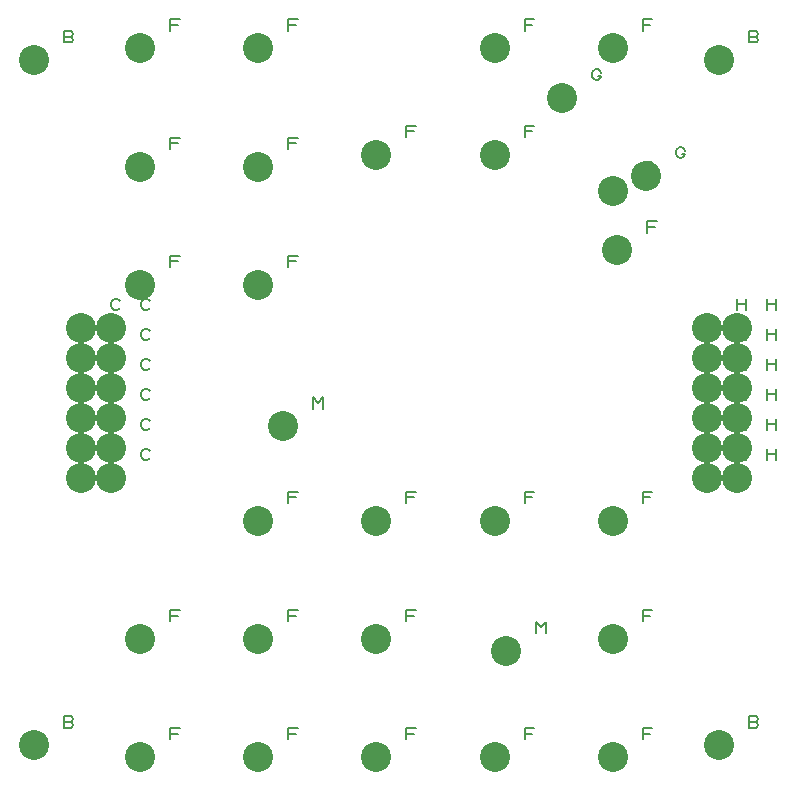
<source format=gbr>
G04 DesignSpark PCB PRO Gerber Version 10.0 Build 5299*
G04 #@! TF.Part,Single*
G04 #@! TF.FileFunction,Drillmap*
G04 #@! TF.FilePolarity,Positive*
%FSLAX35Y35*%
%MOIN*%
%ADD17C,0.00500*%
G04 #@! TA.AperFunction,ViaPad*
%ADD16C,0.10000*%
G04 #@! TD.AperFunction*
X0Y0D02*
D02*
D16*
X27953Y24016D03*
Y252362D03*
X43543Y113189D03*
Y123189D03*
Y133189D03*
Y143189D03*
Y153189D03*
Y163189D03*
X53543Y113189D03*
Y123189D03*
Y133189D03*
Y143189D03*
Y153189D03*
Y163189D03*
X63386Y20079D03*
Y59449D03*
Y177559D03*
Y216929D03*
Y256299D03*
X102756Y20079D03*
Y59449D03*
Y98819D03*
Y177559D03*
Y216929D03*
Y256299D03*
X111024Y130315D03*
X142126Y20079D03*
Y59449D03*
Y98819D03*
Y220866D03*
X181496Y20079D03*
Y98819D03*
Y220866D03*
Y256299D03*
X185433Y55512D03*
X203937Y239764D03*
X220866Y20079D03*
Y59449D03*
Y98819D03*
Y208661D03*
Y256299D03*
X222441Y188976D03*
X231890Y213780D03*
X252205Y113189D03*
Y123189D03*
Y133189D03*
Y143189D03*
Y153189D03*
Y163189D03*
X256299Y24016D03*
Y252362D03*
X262205Y113189D03*
Y123189D03*
Y133189D03*
Y143189D03*
Y153189D03*
Y163189D03*
D02*
D17*
X40140Y31828D02*
X40765Y31516D01*
X41078Y30891D01*
X40765Y30266D01*
X40140Y29953D01*
X37953D01*
Y33703D01*
X40140D01*
X40765Y33391D01*
X41078Y32766D01*
X40765Y32141D01*
X40140Y31828D01*
X37953D01*
X40140Y260175D02*
X40765Y259862D01*
X41078Y259237D01*
X40765Y258612D01*
X40140Y258300D01*
X37953D01*
Y262050D01*
X40140D01*
X40765Y261737D01*
X41078Y261112D01*
X40765Y260487D01*
X40140Y260175D01*
X37953D01*
X56669Y119752D02*
X56356Y119439D01*
X55731Y119126D01*
X54793D01*
X54169Y119439D01*
X53856Y119752D01*
X53543Y120376D01*
Y121626D01*
X53856Y122252D01*
X54169Y122564D01*
X54793Y122876D01*
X55731D01*
X56356Y122564D01*
X56669Y122252D01*
Y129752D02*
X56356Y129439D01*
X55731Y129126D01*
X54793D01*
X54169Y129439D01*
X53856Y129752D01*
X53543Y130376D01*
Y131626D01*
X53856Y132252D01*
X54169Y132564D01*
X54793Y132876D01*
X55731D01*
X56356Y132564D01*
X56669Y132252D01*
Y139752D02*
X56356Y139439D01*
X55731Y139126D01*
X54793D01*
X54169Y139439D01*
X53856Y139752D01*
X53543Y140376D01*
Y141626D01*
X53856Y142252D01*
X54169Y142564D01*
X54793Y142876D01*
X55731D01*
X56356Y142564D01*
X56669Y142252D01*
Y149752D02*
X56356Y149439D01*
X55731Y149126D01*
X54793D01*
X54169Y149439D01*
X53856Y149752D01*
X53543Y150376D01*
Y151626D01*
X53856Y152252D01*
X54169Y152564D01*
X54793Y152876D01*
X55731D01*
X56356Y152564D01*
X56669Y152252D01*
Y159752D02*
X56356Y159439D01*
X55731Y159126D01*
X54793D01*
X54169Y159439D01*
X53856Y159752D01*
X53543Y160376D01*
Y161626D01*
X53856Y162252D01*
X54169Y162564D01*
X54793Y162876D01*
X55731D01*
X56356Y162564D01*
X56669Y162252D01*
Y169752D02*
X56356Y169439D01*
X55731Y169126D01*
X54793D01*
X54169Y169439D01*
X53856Y169752D01*
X53543Y170376D01*
Y171626D01*
X53856Y172252D01*
X54169Y172564D01*
X54793Y172876D01*
X55731D01*
X56356Y172564D01*
X56669Y172252D01*
X66669Y119752D02*
X66356Y119439D01*
X65731Y119126D01*
X64793D01*
X64169Y119439D01*
X63856Y119752D01*
X63543Y120376D01*
Y121626D01*
X63856Y122252D01*
X64169Y122564D01*
X64793Y122876D01*
X65731D01*
X66356Y122564D01*
X66669Y122252D01*
Y129752D02*
X66356Y129439D01*
X65731Y129126D01*
X64793D01*
X64169Y129439D01*
X63856Y129752D01*
X63543Y130376D01*
Y131626D01*
X63856Y132252D01*
X64169Y132564D01*
X64793Y132876D01*
X65731D01*
X66356Y132564D01*
X66669Y132252D01*
Y139752D02*
X66356Y139439D01*
X65731Y139126D01*
X64793D01*
X64169Y139439D01*
X63856Y139752D01*
X63543Y140376D01*
Y141626D01*
X63856Y142252D01*
X64169Y142564D01*
X64793Y142876D01*
X65731D01*
X66356Y142564D01*
X66669Y142252D01*
Y149752D02*
X66356Y149439D01*
X65731Y149126D01*
X64793D01*
X64169Y149439D01*
X63856Y149752D01*
X63543Y150376D01*
Y151626D01*
X63856Y152252D01*
X64169Y152564D01*
X64793Y152876D01*
X65731D01*
X66356Y152564D01*
X66669Y152252D01*
Y159752D02*
X66356Y159439D01*
X65731Y159126D01*
X64793D01*
X64169Y159439D01*
X63856Y159752D01*
X63543Y160376D01*
Y161626D01*
X63856Y162252D01*
X64169Y162564D01*
X64793Y162876D01*
X65731D01*
X66356Y162564D01*
X66669Y162252D01*
Y169752D02*
X66356Y169439D01*
X65731Y169126D01*
X64793D01*
X64169Y169439D01*
X63856Y169752D01*
X63543Y170376D01*
Y171626D01*
X63856Y172252D01*
X64169Y172564D01*
X64793Y172876D01*
X65731D01*
X66356Y172564D01*
X66669Y172252D01*
X73386Y26016D02*
Y29766D01*
X76511D01*
X75886Y27891D02*
X73386D01*
Y65386D02*
Y69136D01*
X76511D01*
X75886Y67261D02*
X73386D01*
Y183496D02*
Y187246D01*
X76511D01*
X75886Y185372D02*
X73386D01*
Y222867D02*
Y226617D01*
X76511D01*
X75886Y224742D02*
X73386D01*
Y262237D02*
Y265987D01*
X76511D01*
X75886Y264112D02*
X73386D01*
X112756Y26016D02*
Y29766D01*
X115881D01*
X115256Y27891D02*
X112756D01*
Y65386D02*
Y69136D01*
X115881D01*
X115256Y67261D02*
X112756D01*
Y104756D02*
Y108506D01*
X115881D01*
X115256Y106631D02*
X112756D01*
Y183496D02*
Y187246D01*
X115881D01*
X115256Y185372D02*
X112756D01*
Y222867D02*
Y226617D01*
X115881D01*
X115256Y224742D02*
X112756D01*
Y262237D02*
Y265987D01*
X115881D01*
X115256Y264112D02*
X112756D01*
X121024Y136252D02*
Y140002D01*
X122586Y138128D01*
X124149Y140002D01*
Y136252D01*
X152126Y26016D02*
Y29766D01*
X155251D01*
X154626Y27891D02*
X152126D01*
Y65386D02*
Y69136D01*
X155251D01*
X154626Y67261D02*
X152126D01*
Y104756D02*
Y108506D01*
X155251D01*
X154626Y106631D02*
X152126D01*
Y226804D02*
Y230554D01*
X155251D01*
X154626Y228679D02*
X152126D01*
X191496Y26016D02*
Y29766D01*
X194621D01*
X193996Y27891D02*
X191496D01*
Y104756D02*
Y108506D01*
X194621D01*
X193996Y106631D02*
X191496D01*
Y226804D02*
Y230554D01*
X194621D01*
X193996Y228679D02*
X191496D01*
Y262237D02*
Y265987D01*
X194621D01*
X193996Y264112D02*
X191496D01*
X195433Y61449D02*
Y65199D01*
X196996Y63324D01*
X198558Y65199D01*
Y61449D01*
X216124Y247264D02*
X217062D01*
Y246951D01*
X216750Y246326D01*
X216437Y246014D01*
X215812Y245701D01*
X215187D01*
X214562Y246014D01*
X214250Y246326D01*
X213937Y246951D01*
Y248201D01*
X214250Y248826D01*
X214562Y249139D01*
X215187Y249451D01*
X215812D01*
X216437Y249139D01*
X216750Y248826D01*
X217062Y248201D01*
X230866Y26016D02*
Y29766D01*
X233991D01*
X233366Y27891D02*
X230866D01*
Y65386D02*
Y69136D01*
X233991D01*
X233366Y67261D02*
X230866D01*
Y104756D02*
Y108506D01*
X233991D01*
X233366Y106631D02*
X230866D01*
Y214599D02*
Y218349D01*
X233991D01*
X233366Y216474D02*
X230866D01*
Y262237D02*
Y265987D01*
X233991D01*
X233366Y264112D02*
X230866D01*
X232441Y194914D02*
Y198664D01*
X235566D01*
X234941Y196789D02*
X232441D01*
X244077Y221280D02*
X245015D01*
Y220967D01*
X244702Y220342D01*
X244390Y220030D01*
X243765Y219717D01*
X243140D01*
X242515Y220030D01*
X242202Y220342D01*
X241890Y220967D01*
Y222217D01*
X242202Y222842D01*
X242515Y223155D01*
X243140Y223467D01*
X243765D01*
X244390Y223155D01*
X244702Y222842D01*
X245015Y222217D01*
X262205Y119126D02*
Y122876D01*
Y121002D02*
X265330D01*
Y119126D02*
Y122876D01*
X262205Y129126D02*
Y132876D01*
Y131002D02*
X265330D01*
Y129126D02*
Y132876D01*
X262205Y139126D02*
Y142876D01*
Y141002D02*
X265330D01*
Y139126D02*
Y142876D01*
X262205Y149126D02*
Y152876D01*
Y151002D02*
X265330D01*
Y149126D02*
Y152876D01*
X262205Y159126D02*
Y162876D01*
Y161002D02*
X265330D01*
Y159126D02*
Y162876D01*
X262205Y169126D02*
Y172876D01*
Y171002D02*
X265330D01*
Y169126D02*
Y172876D01*
X268487Y31828D02*
X269112Y31516D01*
X269424Y30891D01*
X269112Y30266D01*
X268487Y29953D01*
X266299D01*
Y33703D01*
X268487D01*
X269112Y33391D01*
X269424Y32766D01*
X269112Y32141D01*
X268487Y31828D01*
X266299D01*
X268487Y260175D02*
X269112Y259862D01*
X269424Y259237D01*
X269112Y258612D01*
X268487Y258300D01*
X266299D01*
Y262050D01*
X268487D01*
X269112Y261737D01*
X269424Y261112D01*
X269112Y260487D01*
X268487Y260175D01*
X266299D01*
X272205Y119126D02*
Y122876D01*
Y121002D02*
X275330D01*
Y119126D02*
Y122876D01*
X272205Y129126D02*
Y132876D01*
Y131002D02*
X275330D01*
Y129126D02*
Y132876D01*
X272205Y139126D02*
Y142876D01*
Y141002D02*
X275330D01*
Y139126D02*
Y142876D01*
X272205Y149126D02*
Y152876D01*
Y151002D02*
X275330D01*
Y149126D02*
Y152876D01*
X272205Y159126D02*
Y162876D01*
Y161002D02*
X275330D01*
Y159126D02*
Y162876D01*
X272205Y169126D02*
Y172876D01*
Y171002D02*
X275330D01*
Y169126D02*
Y172876D01*
X0Y0D02*
M02*

</source>
